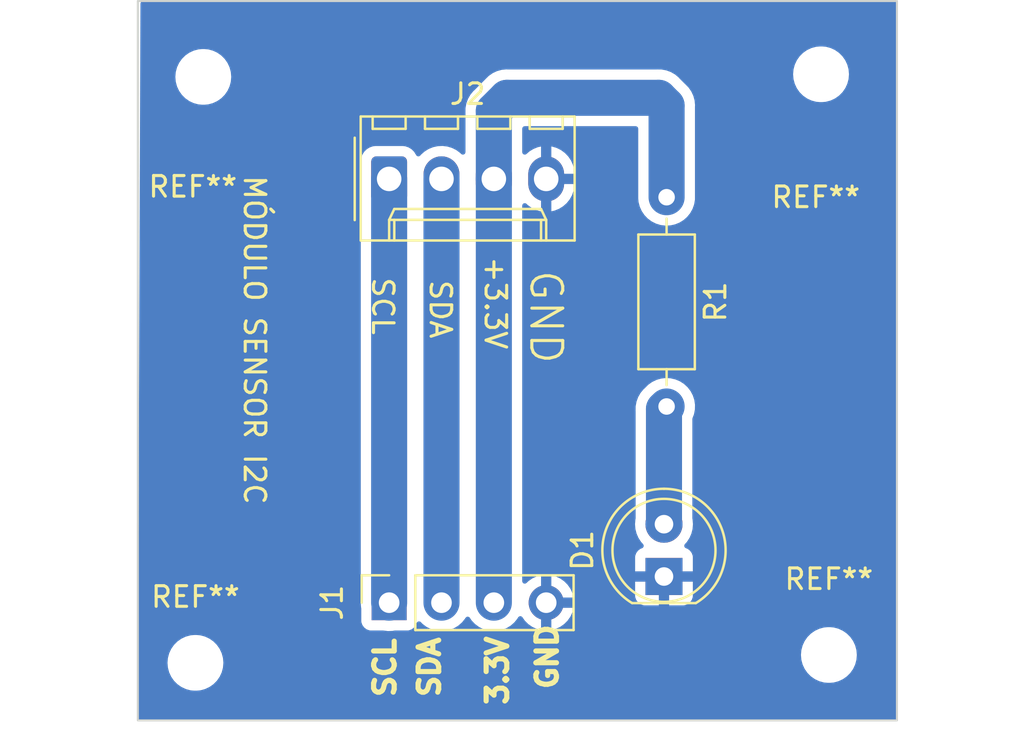
<source format=kicad_pcb>
(kicad_pcb (version 20221018) (generator pcbnew)
  (layers (0 "F.Cu" signal) (31 "B.Cu" signal) (34 "B.Paste" user) (35 "F.Paste" user) (36 "B.SilkS" user "B.Silkscreen") (37 "F.SilkS" user "F.Silkscreen") (38 "B.Mask" user) (39 "F.Mask" user) (44 "Edge.Cuts" user))
  (net 0 "")
  (net 1 "GND")
  (net 2 "Net-(D1-A)")
  (net 3 "SCL")
  (net 4 "SDA")
  (net 5 "+3.3V")
  (footprint "Connector_Molex:Molex_KK-254_AE-6410-04A_1x04_P2.54mm_Vertical" (layer "F.Cu") (at 118.237 50.165)
    (fp_text reference "J2" (at 3.81 -4.12) (layer "F.SilkS"))
    (fp_text value "Conn_01x04")
    (fp_line (start -1.67 -2) (end -1.67 2) (stroke (width 0.12)) (layer "F.SilkS"))
    (fp_line (start -1.38 -3.03) (end -1.38 2.99) (stroke (width 0.12)) (layer "F.SilkS"))
    (fp_line (start -1.38 2.99) (end 9 2.99) (stroke (width 0.12)) (layer "F.SilkS"))
    (fp_line (start -0.8 -3.03) (end -0.8 -2.43) (stroke (width 0.12)) (layer "F.SilkS"))
    (fp_line (start -0.8 -2.43) (end 0.8 -2.43) (stroke (width 0.12)) (layer "F.SilkS"))
    (fp_line (start 0 1.99) (end 0.25 1.46) (stroke (width 0.12)) (layer "F.SilkS"))
    (fp_line (start 0 1.99) (end 7.62 1.99) (stroke (width 0.12)) (layer "F.SilkS"))
    (fp_line (start 0 2.99) (end 0 1.99) (stroke (width 0.12)) (layer "F.SilkS"))
    (fp_line (start 0.25 1.46) (end 7.37 1.46) (stroke (width 0.12)) (layer "F.SilkS"))
    (fp_line (start 0.25 2.99) (end 0.25 1.99) (stroke (width 0.12)) (layer "F.SilkS"))
    (fp_line (start 0.8 -2.43) (end 0.8 -3.03) (stroke (width 0.12)) (layer "F.SilkS"))
    (fp_line (start 1.74 -3.03) (end 1.74 -2.43) (stroke (width 0.12)) (layer "F.SilkS"))
    (fp_line (start 1.74 -2.43) (end 3.34 -2.43) (stroke (width 0.12)) (layer "F.SilkS"))
    (fp_line (start 3.34 -2.43) (end 3.34 -3.03) (stroke (width 0.12)) (layer "F.SilkS"))
    (fp_line (start 4.28 -3.03) (end 4.28 -2.43) (stroke (width 0.12)) (layer "F.SilkS"))
    (fp_line (start 4.28 -2.43) (end 5.88 -2.43) (stroke (width 0.12)) (layer "F.SilkS"))
    (fp_line (start 5.88 -2.43) (end 5.88 -3.03) (stroke (width 0.12)) (layer "F.SilkS"))
    (fp_line (start 6.82 -3.03) (end 6.82 -2.43) (stroke (width 0.12)) (layer "F.SilkS"))
    (fp_line (start 6.82 -2.43) (end 8.42 -2.43) (stroke (width 0.12)) (layer "F.SilkS"))
    (fp_line (start 7.37 1.46) (end 7.62 1.99) (stroke (width 0.12)) (layer "F.SilkS"))
    (fp_line (start 7.37 2.99) (end 7.37 1.99) (stroke (width 0.12)) (layer "F.SilkS"))
    (fp_line (start 7.62 1.99) (end 7.62 2.99) (stroke (width 0.12)) (layer "F.SilkS"))
    (fp_line (start 8.42 -2.43) (end 8.42 -3.03) (stroke (width 0.12)) (layer "F.SilkS"))
    (fp_line (start 9 -3.03) (end -1.38 -3.03) (stroke (width 0.12)) (layer "F.SilkS"))
    (fp_line (start 9 2.99) (end 9 -3.03) (stroke (width 0.12)) (layer "F.SilkS"))
    (pad "1" thru_hole roundrect (at 0 0) (size 1.74 2.19) (drill 1.19) (layers "*.Cu" "*.Mask") (roundrect_rratio 0.1436781609) (net 3 "SCL"))
    (pad "2" thru_hole oval (at 2.54 0) (size 1.74 2.19) (drill 1.19) (layers "*.Cu" "*.Mask") (net 4 "SDA"))
    (pad "3" thru_hole oval (at 5.08 0) (size 1.74 2.19) (drill 1.19) (layers "*.Cu" "*.Mask") (net 5 "+3.3V"))
    (pad "4" thru_hole oval (at 7.62 0) (size 1.74 2.19) (drill 1.19) (layers "*.Cu" "*.Mask") (net 1 "GND"))
  )
  (footprint "MountingHole:MountingHole_2.2mm_M2" (layer "F.Cu") (at 139.192 45.085)
    (fp_text reference "REF**" (at -0.254 5.969) (layer "F.SilkS"))
    (fp_text value "MountingHole_2.2mm_M2")
    (pad "" np_thru_hole circle (at 0 0) (size 2.2 2.2) (drill 2.2) (layers "*.Cu" "*.Mask"))
  )
  (footprint "MountingHole:MountingHole_2.2mm_M2" (layer "F.Cu") (at 108.839 73.66)
    (fp_text reference "REF**" (at 0 -3.2) (layer "F.SilkS"))
    (fp_text value "MountingHole_2.2mm_M2")
    (pad "" np_thru_hole circle (at 0 0) (size 2.2 2.2) (drill 2.2) (layers "*.Cu" "*.Mask"))
  )
  (footprint "Connector_PinSocket_2.54mm:PinSocket_1x04_P2.54mm_Vertical" (layer "F.Cu") (at 118.237 70.739 90)
    (fp_text reference "J1" (at 0 -2.77 90) (layer "F.SilkS"))
    (fp_text value "Conn_01x04")
    (fp_line (start -1.33 1.27) (end -1.33 8.95) (stroke (width 0.12)) (layer "F.SilkS"))
    (fp_line (start -1.33 1.27) (end 1.33 1.27) (stroke (width 0.12)) (layer "F.SilkS"))
    (fp_line (start -1.33 8.95) (end 1.33 8.95) (stroke (width 0.12)) (layer "F.SilkS"))
    (fp_line (start 0 -1.33) (end 1.33 -1.33) (stroke (width 0.12)) (layer "F.SilkS"))
    (fp_line (start 1.33 -1.33) (end 1.33 0) (stroke (width 0.12)) (layer "F.SilkS"))
    (fp_line (start 1.33 1.27) (end 1.33 8.95) (stroke (width 0.12)) (layer "F.SilkS"))
    (pad "1" thru_hole rect (at 0 0 90) (size 1.7 1.7) (drill 1) (layers "*.Cu" "*.Mask") (net 3 "SCL"))
    (pad "2" thru_hole oval (at 0 2.54 90) (size 1.7 1.7) (drill 1) (layers "*.Cu" "*.Mask") (net 4 "SDA"))
    (pad "3" thru_hole oval (at 0 5.08 90) (size 1.7 1.7) (drill 1) (layers "*.Cu" "*.Mask") (net 5 "+3.3V"))
    (pad "4" thru_hole oval (at 0 7.62 90) (size 1.7 1.7) (drill 1) (layers "*.Cu" "*.Mask") (net 1 "GND"))
  )
  (footprint "Resistor_THT:R_Axial_DIN0207_L6.3mm_D2.5mm_P10.16mm_Horizontal" (layer "F.Cu") (at 131.699 51.054 -90)
    (fp_text reference "R1" (at 5.08 -2.37 90) (layer "F.SilkS"))
    (fp_text value "160R")
    (fp_line (start 1.04 0) (end 1.81 0) (stroke (width 0.12)) (layer "F.SilkS"))
    (fp_line (start 1.81 -1.37) (end 1.81 1.37) (stroke (width 0.12)) (layer "F.SilkS"))
    (fp_line (start 1.81 1.37) (end 8.35 1.37) (stroke (width 0.12)) (layer "F.SilkS"))
    (fp_line (start 8.35 -1.37) (end 1.81 -1.37) (stroke (width 0.12)) (layer "F.SilkS"))
    (fp_line (start 8.35 1.37) (end 8.35 -1.37) (stroke (width 0.12)) (layer "F.SilkS"))
    (fp_line (start 9.12 0) (end 8.35 0) (stroke (width 0.12)) (layer "F.SilkS"))
    (pad "1" thru_hole circle (at 0 0 270) (size 1.6 1.6) (drill 0.8) (layers "*.Cu" "*.Mask") (net 5 "+3.3V"))
    (pad "2" thru_hole oval (at 10.16 0 270) (size 1.6 1.6) (drill 0.8) (layers "*.Cu" "*.Mask") (net 2 "Net-(D1-A)"))
  )
  (footprint "MountingHole:MountingHole_2.2mm_M2" (layer "F.Cu") (at 109.22 45.212)
    (fp_text reference "REF**" (at -0.508 5.334) (layer "F.SilkS"))
    (fp_text value "MountingHole_2.2mm_M2")
    (pad "" np_thru_hole circle (at 0 0) (size 2.2 2.2) (drill 2.2) (layers "*.Cu" "*.Mask"))
  )
  (footprint "MountingHole:MountingHole_2.2mm_M2" (layer "F.Cu") (at 139.573 73.279)
    (fp_text reference "REF**" (at 0 -3.683) (layer "F.SilkS"))
    (fp_text value "MountingHole_2.2mm_M2")
    (pad "" np_thru_hole circle (at 0 0) (size 2.2 2.2) (drill 2.2) (layers "*.Cu" "*.Mask"))
  )
  (footprint "LED_THT:LED_D5.0mm" (layer "F.Cu") (at 131.572 69.469 90)
    (fp_text reference "D1" (at 1.27 -3.96 90) (layer "F.SilkS"))
    (fp_text value "LED")
    (fp_line (start -1.29 -1.545) (end -1.29 1.545) (stroke (width 0.12)) (layer "F.SilkS"))
    (fp_arc (start -1.29 -1.54483) (mid 2.072002 -2.880433) (end 4.26 0.000462) (stroke (width 0.12)) (layer "F.SilkS"))
    (fp_arc (start 4.26 -0.000462) (mid 2.072002 2.880433) (end -1.29 1.54483) (stroke (width 0.12)) (layer "F.SilkS"))
    (fp_circle (center 1.27 0) (end 3.77 0) (stroke (width 0.12)) (fill none) (layer "F.SilkS"))
    (pad "1" thru_hole rect (at 0 0 90) (size 1.8 1.8) (drill 0.9) (layers "*.Cu" "*.Mask") (net 1 "GND"))
    (pad "2" thru_hole circle (at 2.54 0 90) (size 1.8 1.8) (drill 0.9) (layers "*.Cu" "*.Mask") (net 2 "Net-(D1-A)"))
  )
  (gr_rect (start 106.045 41.529) (end 142.875 76.454) (stroke (width 0.1)) (fill none) (layer "Edge.Cuts"))
  (gr_text "GND" (at 124.968 54.483 -90) (layer "F.SilkS") (effects (font (size 1.5 1.5)) (justify left bottom)))
  (gr_text "SDA" (at 120.777 75.438 90) (layer "F.SilkS") (effects (font (size 1 1) (thickness 0.25) bold) (justify left bottom)))
  (gr_text "3.3V" (at 124.079 75.819 90) (layer "F.SilkS") (effects (font (size 1 1) (thickness 0.25) bold) (justify left bottom)))
  (gr_text "+3.3V" (at 122.809 53.848 -90) (layer "F.SilkS") (effects (font (size 1 1)) (justify left bottom)))
  (gr_text "SCL" (at 117.348 54.864 -90) (layer "F.SilkS") (effects (font (size 1 1)) (justify left bottom)))
  (gr_text "GND" (at 126.492 75.057 90) (layer "F.SilkS") (effects (font (size 1 1) (thickness 0.25) bold) (justify left bottom)))
  (gr_text "MÓDULO SENSOR I2C" (at 111.125 49.911 -90) (layer "F.SilkS") (effects (font (size 1 1)) (justify left bottom)))
  (gr_text "SCL" (at 118.618 75.438 90) (layer "F.SilkS") (effects (font (size 1 1) (thickness 0.25) bold) (justify left bottom)))
  (gr_text "SDA" (at 120.142 54.991 -90) (layer "F.SilkS") (effects (font (size 1 1)) (justify left bottom)))
  (segment (start 131.572 66.929) (end 131.572 61.341) (width 1.75) (layer "B.Cu") (net 2))
  (segment (start 131.572 61.341) (end 131.699 61.214) (width 1.75) (layer "B.Cu") (net 2))
  (segment (start 118.237 70.739) (end 118.237 50.165) (width 1.75) (layer "B.Cu") (net 3))
  (segment (start 120.777 70.739) (end 120.777 50.165) (width 1.75) (layer "B.Cu") (net 4))
  (segment (start 131.318 46.228) (end 131.699 46.609) (width 1.75) (layer "B.Cu") (net 5))
  (segment (start 123.317 50.165) (end 123.317 70.739) (width 1.75) (layer "B.Cu") (net 5))
  (segment (start 123.317 46.863) (end 123.952 46.228) (width 1.75) (layer "B.Cu") (net 5))
  (segment (start 131.699 46.609) (end 131.699 51.054) (width 1.75) (layer "B.Cu") (net 5))
  (segment (start 123.317 50.165) (end 123.317 46.863) (width 1.75) (layer "B.Cu") (net 5))
  (segment (start 123.952 46.228) (end 131.318 46.228) (width 1.75) (layer "B.Cu") (net 5))
  (zone (net 1) (net_name "GND") (layer "B.Cu") (connect_pads (clearance 0.5)) (min_thickness 0.25) (fill yes (thermal_gap 0.5) (thermal_bridge_width 0.5))
    (polygon (pts (xy 142.875 41.529) (xy 142.875 76.581) (xy 106.045 76.454) (xy 106.172 41.529)))
  )
)
</source>
